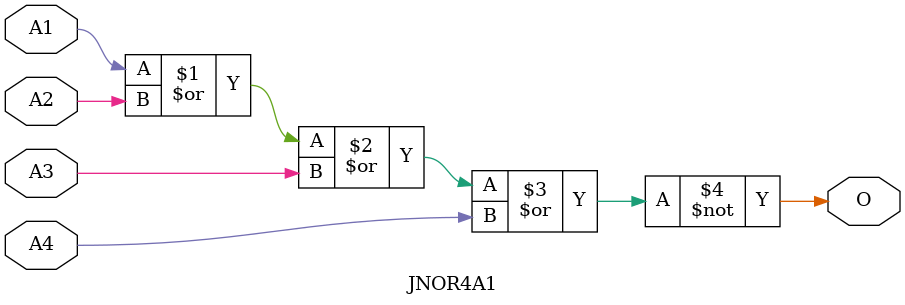
<source format=v>
module JNOR4A1(A1, A2, A3, A4, O);
input   A1;
input   A2;
input   A3;
input   A4;
output  O;
nor g0(O, A1, A2, A3, A4);
endmodule
</source>
